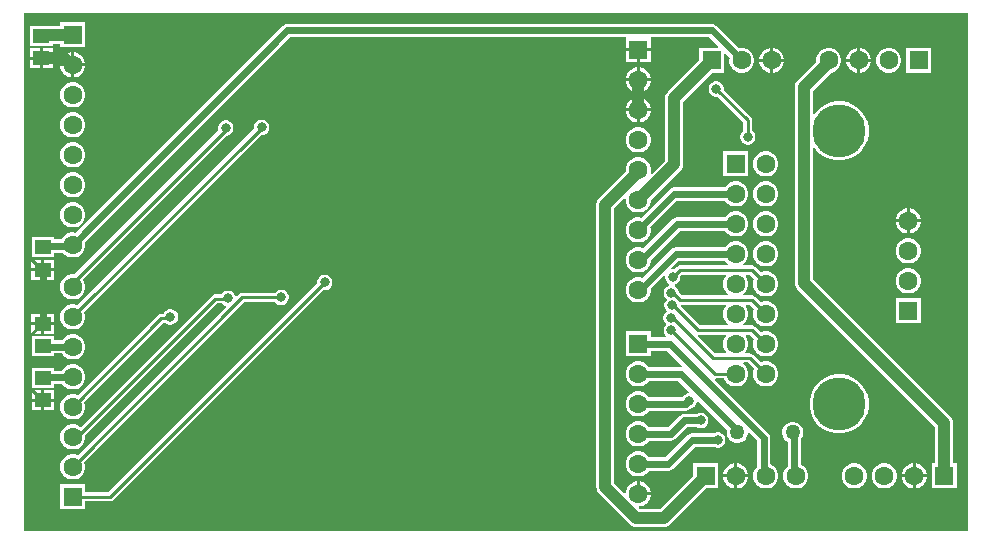
<source format=gtl>
G04*
G04 #@! TF.GenerationSoftware,Altium Limited,Altium Designer,21.0.8 (223)*
G04*
G04 Layer_Physical_Order=1*
G04 Layer_Color=255*
%FSTAX24Y24*%
%MOIN*%
G70*
G04*
G04 #@! TF.SameCoordinates,CEE82333-CCAB-4651-B785-5805AFDC4109*
G04*
G04*
G04 #@! TF.FilePolarity,Positive*
G04*
G01*
G75*
%ADD12C,0.0100*%
%ADD13R,0.0551X0.0472*%
%ADD18C,0.0236*%
%ADD19C,0.0394*%
%ADD20C,0.0630*%
%ADD21R,0.0630X0.0630*%
%ADD22R,0.0630X0.0630*%
%ADD23C,0.1772*%
%ADD24C,0.0315*%
%ADD25C,0.0500*%
G36*
X031638Y000162D02*
X000162D01*
Y017438D01*
X031638D01*
Y000162D01*
D02*
G37*
%LPC*%
G36*
X0231Y017072D02*
X0231Y017072D01*
X00895D01*
X00895Y017072D01*
X008865Y017055D01*
X008793Y017007D01*
X001891Y010105D01*
X001855Y010115D01*
X001745D01*
X00164Y010087D01*
X001545Y010032D01*
X001468Y009955D01*
X001427Y009884D01*
X001174D01*
Y009959D01*
X000423D01*
Y009286D01*
X001174D01*
Y009439D01*
X001474D01*
X001545Y009368D01*
X00164Y009313D01*
X001745Y009285D01*
X001855D01*
X00196Y009313D01*
X002055Y009368D01*
X002132Y009445D01*
X002187Y00954D01*
X002215Y009645D01*
Y009755D01*
X002205Y009791D01*
X009042Y016628D01*
X02019D01*
X020235Y016615D01*
X020235Y016578D01*
Y01625D01*
X02065D01*
X021065D01*
Y016578D01*
X021065Y016615D01*
X02111Y016628D01*
X023008D01*
X023324Y016311D01*
X023305Y016265D01*
X022685D01*
Y015858D01*
X021627Y0148D01*
X021579Y014738D01*
X021549Y014666D01*
X021539Y014589D01*
Y012513D01*
X021097Y01207D01*
X021052Y012096D01*
X021065Y012145D01*
Y012255D01*
X021037Y01236D01*
X020982Y012455D01*
X020905Y012532D01*
X02081Y012587D01*
X020705Y012615D01*
X020595D01*
X02049Y012587D01*
X020395Y012532D01*
X020318Y012455D01*
X020263Y01236D01*
X020235Y012255D01*
Y012152D01*
X019338Y011255D01*
X019291Y011193D01*
X019261Y011121D01*
X019251Y011043D01*
Y001635D01*
X019261Y001557D01*
X019291Y001485D01*
X019338Y001423D01*
X020373Y000388D01*
X020435Y000341D01*
X020507Y000311D01*
X020585Y000301D01*
X0215D01*
X021577Y000311D01*
X02165Y000341D01*
X021712Y000388D01*
X022908Y001585D01*
X023315D01*
Y002415D01*
X022485D01*
Y002008D01*
X021376Y000899D01*
X020709D01*
X020669Y000939D01*
X020688Y000985D01*
X020705D01*
X02081Y001013D01*
X020905Y001068D01*
X020982Y001145D01*
X021037Y00124D01*
X021065Y001345D01*
Y00135D01*
X02065D01*
Y0014D01*
X0206D01*
Y001815D01*
X020595D01*
X02049Y001787D01*
X020395Y001732D01*
X020318Y001655D01*
X020263Y00156D01*
X020235Y001455D01*
Y001438D01*
X020189Y001419D01*
X019849Y001759D01*
Y010919D01*
X020185Y011255D01*
X020235Y011234D01*
Y011145D01*
X020263Y01104D01*
X020318Y010945D01*
X020395Y010868D01*
X02049Y010813D01*
X020595Y010785D01*
X020705D01*
X02081Y010813D01*
X020905Y010868D01*
X020982Y010945D01*
X021037Y01104D01*
X021065Y011145D01*
Y011192D01*
X02205Y012177D01*
X022098Y012239D01*
X022128Y012311D01*
X022138Y012389D01*
Y014465D01*
X023108Y015435D01*
X023515D01*
Y016055D01*
X023561Y016074D01*
X023695Y015941D01*
X023685Y015905D01*
Y015795D01*
X023713Y01569D01*
X023768Y015595D01*
X023845Y015518D01*
X02394Y015463D01*
X024045Y015435D01*
X024155D01*
X02426Y015463D01*
X024355Y015518D01*
X024432Y015595D01*
X024487Y01569D01*
X024515Y015795D01*
Y015905D01*
X024487Y01601D01*
X024432Y016105D01*
X024355Y016182D01*
X02426Y016237D01*
X024155Y016265D01*
X024045D01*
X024009Y016255D01*
X023257Y017007D01*
X023185Y017055D01*
X0231Y017072D01*
D02*
G37*
G36*
X002215Y017115D02*
X001385D01*
Y016987D01*
X001127D01*
Y017012D01*
X000376D01*
Y01634D01*
X001127D01*
Y016388D01*
X001385D01*
Y016285D01*
X002215D01*
Y017115D01*
D02*
G37*
G36*
X001127Y016264D02*
X000801D01*
Y015978D01*
X001127D01*
Y016264D01*
D02*
G37*
G36*
X000701D02*
X000376D01*
Y015978D01*
X000701D01*
Y016264D01*
D02*
G37*
G36*
X028055Y016265D02*
X02805D01*
Y0159D01*
X028415D01*
Y015905D01*
X028387Y01601D01*
X028332Y016105D01*
X028255Y016182D01*
X02816Y016237D01*
X028055Y016265D01*
D02*
G37*
G36*
X025155D02*
X02515D01*
Y0159D01*
X025515D01*
Y015905D01*
X025487Y01601D01*
X025432Y016105D01*
X025355Y016182D01*
X02526Y016237D01*
X025155Y016265D01*
D02*
G37*
G36*
X02505D02*
X025045D01*
X02494Y016237D01*
X024845Y016182D01*
X024768Y016105D01*
X024713Y01601D01*
X024685Y015905D01*
Y0159D01*
X02505D01*
Y016265D01*
D02*
G37*
G36*
X02795D02*
X027945D01*
X02784Y016237D01*
X027745Y016182D01*
X027668Y016105D01*
X027613Y01601D01*
X027585Y015905D01*
Y0159D01*
X02795D01*
Y016265D01*
D02*
G37*
G36*
X021065Y01615D02*
X0207D01*
Y015785D01*
X021065D01*
Y01615D01*
D02*
G37*
G36*
X0206D02*
X020235D01*
Y015785D01*
X0206D01*
Y01615D01*
D02*
G37*
G36*
X001855Y016115D02*
X00185D01*
Y01575D01*
X002215D01*
Y015755D01*
X002187Y01586D01*
X002132Y015955D01*
X002055Y016032D01*
X00196Y016087D01*
X001855Y016115D01*
D02*
G37*
G36*
X00175D02*
X001745D01*
X00164Y016087D01*
X001545Y016032D01*
X001468Y015955D01*
X001413Y01586D01*
X001385Y015755D01*
Y01575D01*
X00175D01*
Y016115D01*
D02*
G37*
G36*
X001127Y015878D02*
X000801D01*
Y015591D01*
X001127D01*
Y015878D01*
D02*
G37*
G36*
X000701D02*
X000376D01*
Y015591D01*
X000701D01*
Y015878D01*
D02*
G37*
G36*
X030415Y016265D02*
X029585D01*
Y015435D01*
X030415D01*
Y016265D01*
D02*
G37*
G36*
X029055D02*
X028945D01*
X02884Y016237D01*
X028745Y016182D01*
X028668Y016105D01*
X028613Y01601D01*
X028585Y015905D01*
Y015795D01*
X028613Y01569D01*
X028668Y015595D01*
X028745Y015518D01*
X02884Y015463D01*
X028945Y015435D01*
X029055D01*
X02916Y015463D01*
X029255Y015518D01*
X029332Y015595D01*
X029387Y01569D01*
X029415Y015795D01*
Y015905D01*
X029387Y01601D01*
X029332Y016105D01*
X029255Y016182D01*
X02916Y016237D01*
X029055Y016265D01*
D02*
G37*
G36*
X028415Y0158D02*
X02805D01*
Y015435D01*
X028055D01*
X02816Y015463D01*
X028255Y015518D01*
X028332Y015595D01*
X028387Y01569D01*
X028415Y015795D01*
Y0158D01*
D02*
G37*
G36*
X02795D02*
X027585D01*
Y015795D01*
X027613Y01569D01*
X027668Y015595D01*
X027745Y015518D01*
X02784Y015463D01*
X027945Y015435D01*
X02795D01*
Y0158D01*
D02*
G37*
G36*
X025515D02*
X02515D01*
Y015435D01*
X025155D01*
X02526Y015463D01*
X025355Y015518D01*
X025432Y015595D01*
X025487Y01569D01*
X025515Y015795D01*
Y0158D01*
D02*
G37*
G36*
X02505D02*
X024685D01*
Y015795D01*
X024713Y01569D01*
X024768Y015595D01*
X024845Y015518D01*
X02494Y015463D01*
X025045Y015435D01*
X02505D01*
Y0158D01*
D02*
G37*
G36*
X002215Y01565D02*
X00185D01*
Y015285D01*
X001855D01*
X00196Y015313D01*
X002055Y015368D01*
X002132Y015445D01*
X002187Y01554D01*
X002215Y015645D01*
Y01565D01*
D02*
G37*
G36*
X00175D02*
X001385D01*
Y015645D01*
X001413Y01554D01*
X001468Y015445D01*
X001545Y015368D01*
X00164Y015313D01*
X001745Y015285D01*
X00175D01*
Y01565D01*
D02*
G37*
G36*
X020705Y015615D02*
X0207D01*
Y01525D01*
X021065D01*
Y015255D01*
X021037Y01536D01*
X020982Y015455D01*
X020905Y015532D01*
X02081Y015587D01*
X020705Y015615D01*
D02*
G37*
G36*
X0206D02*
X020595D01*
X02049Y015587D01*
X020395Y015532D01*
X020318Y015455D01*
X020263Y01536D01*
X020235Y015255D01*
Y01525D01*
X0206D01*
Y015615D01*
D02*
G37*
G36*
X021065Y01515D02*
X0207D01*
Y014785D01*
X020705D01*
X02081Y014813D01*
X020905Y014868D01*
X020982Y014945D01*
X021037Y01504D01*
X021065Y015145D01*
Y01515D01*
D02*
G37*
G36*
X0206D02*
X020235D01*
Y015145D01*
X020263Y01504D01*
X020318Y014945D01*
X020395Y014868D01*
X02049Y014813D01*
X020595Y014785D01*
X0206D01*
Y01515D01*
D02*
G37*
G36*
X001855Y015115D02*
X001745D01*
X00164Y015087D01*
X001545Y015032D01*
X001468Y014955D01*
X001413Y01486D01*
X001385Y014755D01*
Y014645D01*
X001413Y01454D01*
X001468Y014445D01*
X001545Y014368D01*
X00164Y014313D01*
X001745Y014285D01*
X001855D01*
X00196Y014313D01*
X002055Y014368D01*
X002132Y014445D01*
X002187Y01454D01*
X002215Y014645D01*
Y014755D01*
X002187Y01486D01*
X002132Y014955D01*
X002055Y015032D01*
X00196Y015087D01*
X001855Y015115D01*
D02*
G37*
G36*
X020705Y014615D02*
X0207D01*
Y01425D01*
X021065D01*
Y014255D01*
X021037Y01436D01*
X020982Y014455D01*
X020905Y014532D01*
X02081Y014587D01*
X020705Y014615D01*
D02*
G37*
G36*
X0206D02*
X020595D01*
X02049Y014587D01*
X020395Y014532D01*
X020318Y014455D01*
X020263Y01436D01*
X020235Y014255D01*
Y01425D01*
X0206D01*
Y014615D01*
D02*
G37*
G36*
X021065Y01415D02*
X0207D01*
Y013785D01*
X020705D01*
X02081Y013813D01*
X020905Y013868D01*
X020982Y013945D01*
X021037Y01404D01*
X021065Y014145D01*
Y01415D01*
D02*
G37*
G36*
X0206D02*
X020235D01*
Y014145D01*
X020263Y01404D01*
X020318Y013945D01*
X020395Y013868D01*
X02049Y013813D01*
X020595Y013785D01*
X0206D01*
Y01415D01*
D02*
G37*
G36*
X001855Y014115D02*
X001745D01*
X00164Y014087D01*
X001545Y014032D01*
X001468Y013955D01*
X001413Y01386D01*
X001385Y013755D01*
Y013645D01*
X001413Y01354D01*
X001468Y013445D01*
X001545Y013368D01*
X00164Y013313D01*
X001745Y013285D01*
X001855D01*
X00196Y013313D01*
X002055Y013368D01*
X002132Y013445D01*
X002187Y01354D01*
X002215Y013645D01*
Y013755D01*
X002187Y01386D01*
X002132Y013955D01*
X002055Y014032D01*
X00196Y014087D01*
X001855Y014115D01*
D02*
G37*
G36*
X023284Y015157D02*
X023216D01*
X023151Y01514D01*
X023092Y015106D01*
X023044Y015058D01*
X02301Y014999D01*
X022993Y014934D01*
Y014866D01*
X02301Y014801D01*
X023044Y014742D01*
X023092Y014694D01*
X023151Y01466D01*
X023216Y014643D01*
X023284D01*
X02329Y014644D01*
X024147Y013787D01*
Y013507D01*
X024142Y013504D01*
X024094Y013456D01*
X02406Y013397D01*
X024043Y013332D01*
Y013264D01*
X02406Y013199D01*
X024094Y01314D01*
X024142Y013092D01*
X024201Y013058D01*
X024266Y013041D01*
X024334D01*
X024399Y013058D01*
X024458Y013092D01*
X024506Y01314D01*
X02454Y013199D01*
X024557Y013264D01*
Y013332D01*
X02454Y013397D01*
X024506Y013456D01*
X024458Y013504D01*
X024453Y013507D01*
Y01385D01*
X024441Y013909D01*
X024408Y013958D01*
X023506Y01486D01*
X023507Y014866D01*
Y014934D01*
X02349Y014999D01*
X023456Y015058D01*
X023408Y015106D01*
X023349Y01514D01*
X023284Y015157D01*
D02*
G37*
G36*
X020705Y013615D02*
X020595D01*
X02049Y013587D01*
X020395Y013532D01*
X020318Y013455D01*
X020263Y01336D01*
X020235Y013255D01*
Y013145D01*
X020263Y01304D01*
X020318Y012945D01*
X020395Y012868D01*
X02049Y012813D01*
X020595Y012785D01*
X020705D01*
X02081Y012813D01*
X020905Y012868D01*
X020982Y012945D01*
X021037Y01304D01*
X021065Y013145D01*
Y013255D01*
X021037Y01336D01*
X020982Y013455D01*
X020905Y013532D01*
X02081Y013587D01*
X020705Y013615D01*
D02*
G37*
G36*
X027055Y016265D02*
X026945D01*
X02684Y016237D01*
X026745Y016182D01*
X026668Y016105D01*
X026613Y01601D01*
X026585Y015905D01*
Y015808D01*
X025956Y015179D01*
X025908Y015117D01*
X025878Y015045D01*
X025868Y014967D01*
Y008433D01*
X025878Y008355D01*
X025908Y008283D01*
X025956Y008221D01*
X030551Y003626D01*
Y002415D01*
X030435D01*
Y001585D01*
X031265D01*
Y002415D01*
X031149D01*
Y00375D01*
X031139Y003828D01*
X031109Y0039D01*
X031062Y003962D01*
X026467Y008557D01*
Y012957D01*
X026517Y012973D01*
X026584Y012872D01*
X026722Y012734D01*
X026883Y012626D01*
X027062Y012552D01*
X027253Y012514D01*
X027447D01*
X027638Y012552D01*
X027817Y012626D01*
X027978Y012734D01*
X028116Y012872D01*
X028224Y013033D01*
X028298Y013212D01*
X028336Y013403D01*
Y013597D01*
X028298Y013788D01*
X028224Y013967D01*
X028116Y014128D01*
X027978Y014266D01*
X027817Y014374D01*
X027638Y014448D01*
X027447Y014486D01*
X027253D01*
X027062Y014448D01*
X026883Y014374D01*
X026722Y014266D01*
X026584Y014128D01*
X026517Y014027D01*
X026467Y014043D01*
Y014843D01*
X02706Y015436D01*
X02716Y015463D01*
X027255Y015518D01*
X027332Y015595D01*
X027387Y01569D01*
X027415Y015795D01*
Y015905D01*
X027387Y01601D01*
X027332Y016105D01*
X027255Y016182D01*
X02716Y016237D01*
X027055Y016265D01*
D02*
G37*
G36*
X001855Y013115D02*
X001745D01*
X00164Y013087D01*
X001545Y013032D01*
X001468Y012955D01*
X001413Y01286D01*
X001385Y012755D01*
Y012645D01*
X001413Y01254D01*
X001468Y012445D01*
X001545Y012368D01*
X00164Y012313D01*
X001745Y012285D01*
X001855D01*
X00196Y012313D01*
X002055Y012368D01*
X002132Y012445D01*
X002187Y01254D01*
X002215Y012645D01*
Y012755D01*
X002187Y01286D01*
X002132Y012955D01*
X002055Y013032D01*
X00196Y013087D01*
X001855Y013115D01*
D02*
G37*
G36*
X024955Y012815D02*
X024845D01*
X02474Y012787D01*
X024645Y012732D01*
X024568Y012655D01*
X024513Y01256D01*
X024485Y012455D01*
Y012345D01*
X024513Y01224D01*
X024568Y012145D01*
X024645Y012068D01*
X02474Y012013D01*
X024845Y011985D01*
X024955D01*
X02506Y012013D01*
X025155Y012068D01*
X025232Y012145D01*
X025287Y01224D01*
X025315Y012345D01*
Y012455D01*
X025287Y01256D01*
X025232Y012655D01*
X025155Y012732D01*
X02506Y012787D01*
X024955Y012815D01*
D02*
G37*
G36*
X024315D02*
X023485D01*
Y011985D01*
X024315D01*
Y012815D01*
D02*
G37*
G36*
X001855Y012115D02*
X001745D01*
X00164Y012087D01*
X001545Y012032D01*
X001468Y011955D01*
X001413Y01186D01*
X001385Y011755D01*
Y011645D01*
X001413Y01154D01*
X001468Y011445D01*
X001545Y011368D01*
X00164Y011313D01*
X001745Y011285D01*
X001855D01*
X00196Y011313D01*
X002055Y011368D01*
X002132Y011445D01*
X002187Y01154D01*
X002215Y011645D01*
Y011755D01*
X002187Y01186D01*
X002132Y011955D01*
X002055Y012032D01*
X00196Y012087D01*
X001855Y012115D01*
D02*
G37*
G36*
X024955Y011815D02*
X024845D01*
X02474Y011787D01*
X024645Y011732D01*
X024568Y011655D01*
X024513Y01156D01*
X024485Y011455D01*
Y011345D01*
X024513Y01124D01*
X024568Y011145D01*
X024645Y011068D01*
X02474Y011013D01*
X024845Y010985D01*
X024955D01*
X02506Y011013D01*
X025155Y011068D01*
X025232Y011145D01*
X025287Y01124D01*
X025315Y011345D01*
Y011455D01*
X025287Y01156D01*
X025232Y011655D01*
X025155Y011732D01*
X02506Y011787D01*
X024955Y011815D01*
D02*
G37*
G36*
X023955D02*
X023845D01*
X02374Y011787D01*
X023645Y011732D01*
X023568Y011655D01*
X023549Y011622D01*
X02185D01*
X021765Y011605D01*
X021693Y011557D01*
X021693Y011557D01*
X020741Y010605D01*
X020705Y010615D01*
X020595D01*
X02049Y010587D01*
X020395Y010532D01*
X020318Y010455D01*
X020263Y01036D01*
X020235Y010255D01*
Y010145D01*
X020263Y01004D01*
X020318Y009945D01*
X020395Y009868D01*
X02049Y009813D01*
X020595Y009785D01*
X020705D01*
X02081Y009813D01*
X020905Y009868D01*
X020982Y009945D01*
X021037Y01004D01*
X021065Y010145D01*
Y010255D01*
X021055Y010291D01*
X021942Y011178D01*
X023549D01*
X023568Y011145D01*
X023645Y011068D01*
X02374Y011013D01*
X023845Y010985D01*
X023955D01*
X02406Y011013D01*
X024155Y011068D01*
X024232Y011145D01*
X024287Y01124D01*
X024315Y011345D01*
Y011455D01*
X024287Y01156D01*
X024232Y011655D01*
X024155Y011732D01*
X02406Y011787D01*
X023955Y011815D01*
D02*
G37*
G36*
X029705Y010915D02*
X0297D01*
Y01055D01*
X030065D01*
Y010555D01*
X030037Y01066D01*
X029982Y010755D01*
X029905Y010832D01*
X02981Y010887D01*
X029705Y010915D01*
D02*
G37*
G36*
X0296D02*
X029595D01*
X02949Y010887D01*
X029395Y010832D01*
X029318Y010755D01*
X029263Y01066D01*
X029235Y010555D01*
Y01055D01*
X0296D01*
Y010915D01*
D02*
G37*
G36*
X001855Y011115D02*
X001745D01*
X00164Y011087D01*
X001545Y011032D01*
X001468Y010955D01*
X001413Y01086D01*
X001385Y010755D01*
Y010645D01*
X001413Y01054D01*
X001468Y010445D01*
X001545Y010368D01*
X00164Y010313D01*
X001745Y010285D01*
X001855D01*
X00196Y010313D01*
X002055Y010368D01*
X002132Y010445D01*
X002187Y01054D01*
X002215Y010645D01*
Y010755D01*
X002187Y01086D01*
X002132Y010955D01*
X002055Y011032D01*
X00196Y011087D01*
X001855Y011115D01*
D02*
G37*
G36*
X030065Y01045D02*
X0297D01*
Y010085D01*
X029705D01*
X02981Y010113D01*
X029905Y010168D01*
X029982Y010245D01*
X030037Y01034D01*
X030065Y010445D01*
Y01045D01*
D02*
G37*
G36*
X0296D02*
X029235D01*
Y010445D01*
X029263Y01034D01*
X029318Y010245D01*
X029395Y010168D01*
X02949Y010113D01*
X029595Y010085D01*
X0296D01*
Y01045D01*
D02*
G37*
G36*
X024955Y010815D02*
X024845D01*
X02474Y010787D01*
X024645Y010732D01*
X024568Y010655D01*
X024513Y01056D01*
X024485Y010455D01*
Y010345D01*
X024513Y01024D01*
X024568Y010145D01*
X024645Y010068D01*
X02474Y010013D01*
X024845Y009985D01*
X024955D01*
X02506Y010013D01*
X025155Y010068D01*
X025232Y010145D01*
X025287Y01024D01*
X025315Y010345D01*
Y010455D01*
X025287Y01056D01*
X025232Y010655D01*
X025155Y010732D01*
X02506Y010787D01*
X024955Y010815D01*
D02*
G37*
G36*
X023955D02*
X023845D01*
X02374Y010787D01*
X023645Y010732D01*
X023568Y010655D01*
X023549Y010622D01*
X02195D01*
X021865Y010605D01*
X021793Y010557D01*
X021793Y010557D01*
X020818Y009582D01*
X02081Y009587D01*
X020705Y009615D01*
X020595D01*
X02049Y009587D01*
X020395Y009532D01*
X020318Y009455D01*
X020263Y00936D01*
X020235Y009255D01*
Y009145D01*
X020263Y00904D01*
X020318Y008945D01*
X020395Y008868D01*
X02049Y008813D01*
X020595Y008785D01*
X020705D01*
X02081Y008813D01*
X020905Y008868D01*
X020982Y008945D01*
X021037Y00904D01*
X021065Y009145D01*
Y0092D01*
X022042Y010178D01*
X023549D01*
X023568Y010145D01*
X023645Y010068D01*
X02374Y010013D01*
X023845Y009985D01*
X023955D01*
X02406Y010013D01*
X024155Y010068D01*
X024232Y010145D01*
X024287Y01024D01*
X024315Y010345D01*
Y010455D01*
X024287Y01056D01*
X024232Y010655D01*
X024155Y010732D01*
X02406Y010787D01*
X023955Y010815D01*
D02*
G37*
G36*
X029705Y009915D02*
X029595D01*
X02949Y009887D01*
X029395Y009832D01*
X029318Y009755D01*
X029263Y00966D01*
X029235Y009555D01*
Y009445D01*
X029263Y00934D01*
X029318Y009245D01*
X029395Y009168D01*
X02949Y009113D01*
X029595Y009085D01*
X029705D01*
X02981Y009113D01*
X029905Y009168D01*
X029982Y009245D01*
X030037Y00934D01*
X030065Y009445D01*
Y009555D01*
X030037Y00966D01*
X029982Y009755D01*
X029905Y009832D01*
X02981Y009887D01*
X029705Y009915D01*
D02*
G37*
G36*
X024955Y009815D02*
X024845D01*
X02474Y009787D01*
X024645Y009732D01*
X024568Y009655D01*
X024513Y00956D01*
X024485Y009455D01*
Y009345D01*
X024513Y00924D01*
X024568Y009145D01*
X024645Y009068D01*
X02474Y009013D01*
X024845Y008985D01*
X024955D01*
X02506Y009013D01*
X025155Y009068D01*
X025232Y009145D01*
X025287Y00924D01*
X025315Y009345D01*
Y009455D01*
X025287Y00956D01*
X025232Y009655D01*
X025155Y009732D01*
X02506Y009787D01*
X024955Y009815D01*
D02*
G37*
G36*
X001174Y00921D02*
X000849D01*
Y008924D01*
X001174D01*
Y00921D01*
D02*
G37*
G36*
X000749D02*
X000423D01*
Y008924D01*
X000749D01*
Y00921D01*
D02*
G37*
G36*
X006934Y013857D02*
X006866D01*
X006801Y01384D01*
X006742Y013806D01*
X006694Y013758D01*
X00666Y013699D01*
X006643Y013634D01*
Y013566D01*
X006656Y013514D01*
X001856Y008714D01*
X001855Y008715D01*
X001745D01*
X00164Y008687D01*
X001545Y008632D01*
X001468Y008555D01*
X001413Y00846D01*
X001385Y008355D01*
Y008245D01*
X001413Y00814D01*
X001468Y008045D01*
X001545Y007968D01*
X00164Y007913D01*
X001745Y007885D01*
X001855D01*
X00196Y007913D01*
X002055Y007968D01*
X002132Y008045D01*
X002187Y00814D01*
X002215Y008245D01*
Y008355D01*
X002187Y00846D01*
X002132Y008555D01*
X002131Y008556D01*
X006917Y013343D01*
X006934D01*
X006999Y01336D01*
X007058Y013394D01*
X007106Y013442D01*
X00714Y013501D01*
X007157Y013566D01*
Y013634D01*
X00714Y013699D01*
X007106Y013758D01*
X007058Y013806D01*
X006999Y01384D01*
X006934Y013857D01*
D02*
G37*
G36*
X001174Y008824D02*
X000849D01*
Y008538D01*
X001174D01*
Y008824D01*
D02*
G37*
G36*
X000749D02*
X000423D01*
Y008538D01*
X000749D01*
Y008824D01*
D02*
G37*
G36*
X010234Y008707D02*
X010166D01*
X010101Y00869D01*
X010042Y008656D01*
X009994Y008608D01*
X00996Y008549D01*
X009943Y008484D01*
Y008416D01*
X009944Y00841D01*
X002987Y001453D01*
X002215D01*
Y001715D01*
X001385D01*
Y000885D01*
X002215D01*
Y001147D01*
X00305D01*
X003109Y001159D01*
X003158Y001192D01*
X01016Y008194D01*
X010166Y008193D01*
X010234D01*
X010299Y00821D01*
X010358Y008244D01*
X010406Y008292D01*
X01044Y008351D01*
X010457Y008416D01*
Y008484D01*
X01044Y008549D01*
X010406Y008608D01*
X010358Y008656D01*
X010299Y00869D01*
X010234Y008707D01*
D02*
G37*
G36*
X029705Y008915D02*
X029595D01*
X02949Y008887D01*
X029395Y008832D01*
X029318Y008755D01*
X029263Y00866D01*
X029235Y008555D01*
Y008445D01*
X029263Y00834D01*
X029318Y008245D01*
X029395Y008168D01*
X02949Y008113D01*
X029595Y008085D01*
X029705D01*
X02981Y008113D01*
X029905Y008168D01*
X029982Y008245D01*
X030037Y00834D01*
X030065Y008445D01*
Y008555D01*
X030037Y00866D01*
X029982Y008755D01*
X029905Y008832D01*
X02981Y008887D01*
X029705Y008915D01*
D02*
G37*
G36*
X008784Y008207D02*
X008716D01*
X008651Y00819D01*
X008592Y008156D01*
X008544Y008108D01*
X008541Y008103D01*
X00745D01*
X007391Y008091D01*
X007342Y008058D01*
X007274Y007991D01*
X007226Y008004D01*
X007223Y008017D01*
X007189Y008076D01*
X007141Y008123D01*
X007082Y008157D01*
X007016Y008175D01*
X006949D01*
X006883Y008157D01*
X006824Y008123D01*
X006777Y008076D01*
X006764Y008053D01*
X00655D01*
X006491Y008041D01*
X006442Y008008D01*
X00206Y003627D01*
X002055Y003632D01*
X00196Y003687D01*
X001855Y003715D01*
X001745D01*
X00164Y003687D01*
X001545Y003632D01*
X001468Y003555D01*
X001413Y00346D01*
X001385Y003355D01*
Y003245D01*
X001413Y00314D01*
X001468Y003045D01*
X001545Y002968D01*
X00164Y002913D01*
X001745Y002885D01*
X001855D01*
X00196Y002913D01*
X002055Y002968D01*
X002132Y003045D01*
X002187Y00314D01*
X002215Y003245D01*
Y003349D01*
X006613Y007747D01*
X006789D01*
X006824Y007711D01*
X006883Y007677D01*
X006896Y007674D01*
X006909Y007626D01*
X001967Y002683D01*
X00196Y002687D01*
X001855Y002715D01*
X001745D01*
X00164Y002687D01*
X001545Y002632D01*
X001468Y002555D01*
X001413Y00246D01*
X001385Y002355D01*
Y002245D01*
X001413Y00214D01*
X001468Y002045D01*
X001545Y001968D01*
X00164Y001913D01*
X001745Y001885D01*
X001855D01*
X00196Y001913D01*
X002055Y001968D01*
X002132Y002045D01*
X002187Y00214D01*
X002215Y002245D01*
Y002355D01*
X002187Y00246D01*
X002183Y002467D01*
X007513Y007797D01*
X008541D01*
X008544Y007792D01*
X008592Y007744D01*
X008651Y00771D01*
X008716Y007693D01*
X008784D01*
X008849Y00771D01*
X008908Y007744D01*
X008956Y007792D01*
X00899Y007851D01*
X009007Y007916D01*
Y007984D01*
X00899Y008049D01*
X008956Y008108D01*
X008908Y008156D01*
X008849Y00819D01*
X008784Y008207D01*
D02*
G37*
G36*
X023955Y009815D02*
X023845D01*
X02374Y009787D01*
X023645Y009732D01*
X023568Y009655D01*
X023549Y009622D01*
X0219D01*
X021815Y009605D01*
X021743Y009557D01*
X021743Y009557D01*
X02078Y008595D01*
X020705Y008615D01*
X020595D01*
X02049Y008587D01*
X020395Y008532D01*
X020318Y008455D01*
X020263Y00836D01*
X020235Y008255D01*
Y008145D01*
X020263Y00804D01*
X020318Y007945D01*
X020395Y007868D01*
X02049Y007813D01*
X020595Y007785D01*
X020705D01*
X02081Y007813D01*
X020905Y007868D01*
X020982Y007945D01*
X021037Y00804D01*
X021065Y008145D01*
Y00825D01*
X021496Y008682D01*
X021532Y008666D01*
X021543Y008657D01*
Y008594D01*
X02156Y008528D01*
X021594Y008469D01*
X021642Y008422D01*
X02168Y0084D01*
X021673Y008346D01*
X021651Y00834D01*
X021592Y008306D01*
X021544Y008258D01*
X02151Y008199D01*
X021493Y008134D01*
Y008066D01*
X02151Y008001D01*
X021544Y007942D01*
X021592Y007894D01*
X021595Y007869D01*
X021566Y00784D01*
X021532Y007781D01*
X021515Y007715D01*
Y007648D01*
X021532Y007582D01*
X021566Y007523D01*
X021593Y007496D01*
X02159Y007473D01*
X021542Y007425D01*
X021508Y007367D01*
X021491Y007301D01*
Y007233D01*
X021508Y007168D01*
X021542Y007109D01*
X02156Y007091D01*
X021589Y00706D01*
X02156Y007024D01*
X021544Y007008D01*
X02151Y006949D01*
X021493Y006884D01*
Y006816D01*
X02151Y006751D01*
X021544Y006692D01*
X021563Y006672D01*
X021543Y006622D01*
X021065D01*
Y006815D01*
X020235D01*
Y005985D01*
X021065D01*
Y006178D01*
X021608D01*
X022124Y005662D01*
X022099Y005616D01*
X022065Y005622D01*
X022065Y005622D01*
X021001D01*
X020982Y005655D01*
X020905Y005732D01*
X02081Y005787D01*
X020705Y005815D01*
X020595D01*
X02049Y005787D01*
X020395Y005732D01*
X020318Y005655D01*
X020263Y00556D01*
X020235Y005455D01*
Y005345D01*
X020263Y00524D01*
X020318Y005145D01*
X020395Y005068D01*
X02049Y005013D01*
X020595Y004985D01*
X020705D01*
X02081Y005013D01*
X020905Y005068D01*
X020982Y005145D01*
X021001Y005178D01*
X021973D01*
X022351Y004799D01*
X02233Y004749D01*
X022316D01*
X02225Y004732D01*
X022192Y004698D01*
X022144Y00465D01*
X022128Y004622D01*
X021001D01*
X020982Y004655D01*
X020905Y004732D01*
X02081Y004787D01*
X020705Y004815D01*
X020595D01*
X02049Y004787D01*
X020395Y004732D01*
X020318Y004655D01*
X020263Y00456D01*
X020235Y004455D01*
Y004345D01*
X020263Y00424D01*
X020318Y004145D01*
X020395Y004068D01*
X02049Y004013D01*
X020595Y003985D01*
X020705D01*
X02081Y004013D01*
X020905Y004068D01*
X020982Y004145D01*
X021001Y004178D01*
X022237D01*
X022237Y004178D01*
X022322Y004195D01*
X022381Y004234D01*
X022384D01*
X022449Y004252D01*
X022508Y004286D01*
X022556Y004334D01*
X02259Y004392D01*
X022607Y004458D01*
Y004472D01*
X022657Y004493D01*
X023611Y003539D01*
X0236Y003496D01*
Y003404D01*
X023624Y003315D01*
X02367Y003235D01*
X023735Y00317D01*
X023815Y003124D01*
X023904Y0031D01*
X023996D01*
X024085Y003124D01*
X024165Y00317D01*
X02423Y003235D01*
X024276Y003315D01*
X0243Y003404D01*
Y00342D01*
X024346Y003439D01*
X024602Y003183D01*
Y002289D01*
X024568Y002255D01*
X024513Y00216D01*
X024485Y002055D01*
Y001945D01*
X024513Y00184D01*
X024568Y001745D01*
X024645Y001668D01*
X02474Y001613D01*
X024845Y001585D01*
X024955D01*
X02506Y001613D01*
X025155Y001668D01*
X025232Y001745D01*
X025287Y00184D01*
X025315Y001945D01*
Y002055D01*
X025287Y00216D01*
X025232Y002255D01*
X025155Y002332D01*
X02506Y002387D01*
X025047Y00239D01*
Y003275D01*
X02503Y00336D01*
X024982Y003433D01*
X024982Y003433D01*
X023217Y005197D01*
X023238Y005247D01*
X023511D01*
X023513Y00524D01*
X023568Y005145D01*
X023645Y005068D01*
X02374Y005013D01*
X023845Y004985D01*
X023955D01*
X02406Y005013D01*
X024155Y005068D01*
X024232Y005145D01*
X024287Y00524D01*
X024315Y005345D01*
Y005455D01*
X024287Y00556D01*
X024232Y005655D01*
X024155Y005732D01*
X024152Y005734D01*
X024165Y005782D01*
X024302D01*
X024517Y005567D01*
X024513Y00556D01*
X024485Y005455D01*
Y005345D01*
X024513Y00524D01*
X024568Y005145D01*
X024645Y005068D01*
X02474Y005013D01*
X024845Y004985D01*
X024955D01*
X02506Y005013D01*
X025155Y005068D01*
X025232Y005145D01*
X025287Y00524D01*
X025315Y005345D01*
Y005455D01*
X025287Y00556D01*
X025232Y005655D01*
X025155Y005732D01*
X02506Y005787D01*
X024955Y005815D01*
X024845D01*
X02474Y005787D01*
X024733Y005783D01*
X024473Y006043D01*
X024423Y006076D01*
X024365Y006088D01*
X02424D01*
X024221Y006134D01*
X024232Y006145D01*
X024287Y00624D01*
X024315Y006345D01*
Y006455D01*
X024287Y00656D01*
X024232Y006655D01*
X024221Y006666D01*
X02424Y006712D01*
X024372D01*
X024517Y006567D01*
X024513Y00656D01*
X024485Y006455D01*
Y006345D01*
X024513Y00624D01*
X024568Y006145D01*
X024645Y006068D01*
X02474Y006013D01*
X024845Y005985D01*
X024955D01*
X02506Y006013D01*
X025155Y006068D01*
X025232Y006145D01*
X025287Y00624D01*
X025315Y006345D01*
Y006455D01*
X025287Y00656D01*
X025232Y006655D01*
X025155Y006732D01*
X02506Y006787D01*
X024955Y006815D01*
X024845D01*
X02474Y006787D01*
X024733Y006783D01*
X024543Y006973D01*
X024494Y007006D01*
X024435Y007018D01*
X024165D01*
X024152Y007066D01*
X024155Y007068D01*
X024232Y007145D01*
X024287Y00724D01*
X024315Y007345D01*
Y007455D01*
X024287Y00756D01*
X024232Y007655D01*
X024221Y007666D01*
X02424Y007712D01*
X024372D01*
X024517Y007567D01*
X024513Y00756D01*
X024485Y007455D01*
Y007345D01*
X024513Y00724D01*
X024568Y007145D01*
X024645Y007068D01*
X02474Y007013D01*
X024845Y006985D01*
X024955D01*
X02506Y007013D01*
X025155Y007068D01*
X025232Y007145D01*
X025287Y00724D01*
X025315Y007345D01*
Y007455D01*
X025287Y00756D01*
X025232Y007655D01*
X025155Y007732D01*
X02506Y007787D01*
X024955Y007815D01*
X024845D01*
X02474Y007787D01*
X024733Y007783D01*
X024543Y007973D01*
X024494Y008006D01*
X024435Y008018D01*
X024165D01*
X024152Y008066D01*
X024155Y008068D01*
X024232Y008145D01*
X024287Y00824D01*
X024315Y008345D01*
Y008455D01*
X024287Y00856D01*
X024232Y008655D01*
X024221Y008666D01*
X02424Y008712D01*
X024372D01*
X024517Y008567D01*
X024513Y00856D01*
X024485Y008455D01*
Y008345D01*
X024513Y00824D01*
X024568Y008145D01*
X024645Y008068D01*
X02474Y008013D01*
X024845Y007985D01*
X024955D01*
X02506Y008013D01*
X025155Y008068D01*
X025232Y008145D01*
X025287Y00824D01*
X025315Y008345D01*
Y008455D01*
X025287Y00856D01*
X025232Y008655D01*
X025155Y008732D01*
X02506Y008787D01*
X024955Y008815D01*
X024845D01*
X02474Y008787D01*
X024733Y008783D01*
X024543Y008973D01*
X024494Y009006D01*
X024435Y009018D01*
X024165D01*
X024152Y009066D01*
X024155Y009068D01*
X024232Y009145D01*
X024287Y00924D01*
X024315Y009345D01*
Y009455D01*
X024287Y00956D01*
X024232Y009655D01*
X024155Y009732D01*
X02406Y009787D01*
X023955Y009815D01*
D02*
G37*
G36*
X008126Y013877D02*
X008058D01*
X007993Y013859D01*
X007934Y013825D01*
X007886Y013777D01*
X007852Y013719D01*
X007835Y013653D01*
Y013585D01*
X007839Y013569D01*
X001958Y007687D01*
X001855Y007715D01*
X001745D01*
X00164Y007687D01*
X001545Y007632D01*
X001468Y007555D01*
X001413Y00746D01*
X001385Y007355D01*
Y007245D01*
X001413Y00714D01*
X001468Y007045D01*
X001545Y006968D01*
X00164Y006913D01*
X001745Y006885D01*
X001855D01*
X00196Y006913D01*
X002055Y006968D01*
X002132Y007045D01*
X002187Y00714D01*
X002215Y007245D01*
Y007355D01*
X002187Y00746D01*
X002178Y007475D01*
X008064Y013362D01*
X008126D01*
X008191Y013379D01*
X00825Y013413D01*
X008298Y013461D01*
X008332Y01352D01*
X00835Y013585D01*
Y013653D01*
X008332Y013719D01*
X008298Y013777D01*
X00825Y013825D01*
X008191Y013859D01*
X008126Y013877D01*
D02*
G37*
G36*
X001174Y007408D02*
X000849D01*
Y007122D01*
X001174D01*
Y007408D01*
D02*
G37*
G36*
X000749D02*
X000423D01*
Y007122D01*
X000749D01*
Y007408D01*
D02*
G37*
G36*
X030065Y007915D02*
X029235D01*
Y007085D01*
X030065D01*
Y007915D01*
D02*
G37*
G36*
X005091Y00755D02*
X005023D01*
X004958Y007533D01*
X004899Y007499D01*
X004851Y007451D01*
X004825Y007404D01*
X004751D01*
X004693Y007393D01*
X004643Y00736D01*
X001967Y004683D01*
X00196Y004687D01*
X001855Y004715D01*
X001745D01*
X00164Y004687D01*
X001545Y004632D01*
X001468Y004555D01*
X001413Y00446D01*
X001385Y004355D01*
Y004245D01*
X001413Y00414D01*
X001468Y004045D01*
X001545Y003968D01*
X00164Y003913D01*
X001745Y003885D01*
X001855D01*
X00196Y003913D01*
X002055Y003968D01*
X002132Y004045D01*
X002187Y00414D01*
X002215Y004245D01*
Y004355D01*
X002187Y00446D01*
X002183Y004467D01*
X004815Y007099D01*
X004887D01*
X004899Y007087D01*
X004958Y007053D01*
X005023Y007035D01*
X005091D01*
X005157Y007053D01*
X005215Y007087D01*
X005263Y007135D01*
X005297Y007193D01*
X005315Y007259D01*
Y007327D01*
X005297Y007392D01*
X005263Y007451D01*
X005215Y007499D01*
X005157Y007533D01*
X005091Y00755D01*
D02*
G37*
G36*
X001174Y007022D02*
X000849D01*
Y006736D01*
X001174D01*
Y007022D01*
D02*
G37*
G36*
X000749D02*
X000423D01*
Y006736D01*
X000749D01*
Y007022D01*
D02*
G37*
G36*
X001855Y006715D02*
X001745D01*
X00164Y006687D01*
X001545Y006632D01*
X001468Y006555D01*
X001456Y006535D01*
X001174D01*
Y00666D01*
X000423D01*
Y005988D01*
X001174D01*
Y00609D01*
X001442D01*
X001468Y006045D01*
X001545Y005968D01*
X00164Y005913D01*
X001745Y005885D01*
X001855D01*
X00196Y005913D01*
X002055Y005968D01*
X002132Y006045D01*
X002187Y00614D01*
X002215Y006245D01*
Y006355D01*
X002187Y00646D01*
X002132Y006555D01*
X002055Y006632D01*
X00196Y006687D01*
X001855Y006715D01*
D02*
G37*
G36*
Y005715D02*
X001745D01*
X00164Y005687D01*
X001545Y005632D01*
X001468Y005555D01*
X001442Y00551D01*
X001177D01*
Y005612D01*
X000426D01*
Y00494D01*
X001177D01*
Y005065D01*
X001456D01*
X001468Y005045D01*
X001545Y004968D01*
X00164Y004913D01*
X001745Y004885D01*
X001855D01*
X00196Y004913D01*
X002055Y004968D01*
X002132Y005045D01*
X002187Y00514D01*
X002215Y005245D01*
Y005355D01*
X002187Y00546D01*
X002132Y005555D01*
X002055Y005632D01*
X00196Y005687D01*
X001855Y005715D01*
D02*
G37*
G36*
X001177Y004864D02*
X000851D01*
Y004578D01*
X001177D01*
Y004864D01*
D02*
G37*
G36*
X000751D02*
X000426D01*
Y004578D01*
X000751D01*
Y004864D01*
D02*
G37*
G36*
X001177Y004478D02*
X000851D01*
Y004191D01*
X001177D01*
Y004478D01*
D02*
G37*
G36*
X000751D02*
X000426D01*
Y004191D01*
X000751D01*
Y004478D01*
D02*
G37*
G36*
X022759Y004107D02*
X022692D01*
X022626Y00409D01*
X022596Y004072D01*
X022183D01*
X022183Y004072D01*
X022098Y004055D01*
X022026Y004007D01*
X022026Y004007D01*
X021641Y003622D01*
X021001D01*
X020982Y003655D01*
X020905Y003732D01*
X02081Y003787D01*
X020705Y003815D01*
X020595D01*
X02049Y003787D01*
X020395Y003732D01*
X020318Y003655D01*
X020263Y00356D01*
X020235Y003455D01*
Y003345D01*
X020263Y00324D01*
X020318Y003145D01*
X020395Y003068D01*
X02049Y003013D01*
X020595Y002985D01*
X020705D01*
X02081Y003013D01*
X020905Y003068D01*
X020982Y003145D01*
X021001Y003178D01*
X021733D01*
X021733Y003178D01*
X021818Y003195D01*
X02189Y003243D01*
X022275Y003628D01*
X022596D01*
X022626Y00361D01*
X022692Y003593D01*
X022759D01*
X022825Y00361D01*
X022884Y003644D01*
X022931Y003692D01*
X022965Y003751D01*
X022983Y003816D01*
Y003884D01*
X022965Y003949D01*
X022931Y004008D01*
X022884Y004056D01*
X022825Y00409D01*
X022759Y004107D01*
D02*
G37*
G36*
X023334Y003457D02*
X023266D01*
X023201Y00344D01*
X02317Y003422D01*
X02245D01*
X02245Y003422D01*
X022365Y003405D01*
X022293Y003357D01*
X022293Y003357D01*
X021558Y002622D01*
X021001D01*
X020982Y002655D01*
X020905Y002732D01*
X02081Y002787D01*
X020705Y002815D01*
X020595D01*
X02049Y002787D01*
X020395Y002732D01*
X020318Y002655D01*
X020263Y00256D01*
X020235Y002455D01*
Y002345D01*
X020263Y00224D01*
X020318Y002145D01*
X020395Y002068D01*
X02049Y002013D01*
X020595Y001985D01*
X020705D01*
X02081Y002013D01*
X020905Y002068D01*
X020982Y002145D01*
X021001Y002178D01*
X02165D01*
X02165Y002178D01*
X021735Y002195D01*
X021807Y002243D01*
X022542Y002978D01*
X02317D01*
X023201Y00296D01*
X023266Y002943D01*
X023334D01*
X023399Y00296D01*
X023458Y002994D01*
X023506Y003042D01*
X02354Y003101D01*
X023557Y003166D01*
Y003234D01*
X02354Y003299D01*
X023506Y003358D01*
X023458Y003406D01*
X023399Y00344D01*
X023334Y003457D01*
D02*
G37*
G36*
X027447Y005386D02*
X027253D01*
X027062Y005348D01*
X026883Y005274D01*
X026722Y005166D01*
X026584Y005028D01*
X026476Y004867D01*
X026402Y004688D01*
X026364Y004497D01*
Y004303D01*
X026402Y004112D01*
X026476Y003933D01*
X026584Y003772D01*
X026722Y003634D01*
X026883Y003526D01*
X027062Y003452D01*
X027253Y003414D01*
X027447D01*
X027638Y003452D01*
X027817Y003526D01*
X027978Y003634D01*
X028116Y003772D01*
X028224Y003933D01*
X028298Y004112D01*
X028336Y004303D01*
Y004497D01*
X028298Y004688D01*
X028224Y004867D01*
X028116Y005028D01*
X027978Y005166D01*
X027817Y005274D01*
X027638Y005348D01*
X027447Y005386D01*
D02*
G37*
G36*
X029905Y002415D02*
X0299D01*
Y00205D01*
X030265D01*
Y002055D01*
X030237Y00216D01*
X030182Y002255D01*
X030105Y002332D01*
X03001Y002387D01*
X029905Y002415D01*
D02*
G37*
G36*
X023955D02*
X02395D01*
Y00205D01*
X024315D01*
Y002055D01*
X024287Y00216D01*
X024232Y002255D01*
X024155Y002332D01*
X02406Y002387D01*
X023955Y002415D01*
D02*
G37*
G36*
X02385D02*
X023845D01*
X02374Y002387D01*
X023645Y002332D01*
X023568Y002255D01*
X023513Y00216D01*
X023485Y002055D01*
Y00205D01*
X02385D01*
Y002415D01*
D02*
G37*
G36*
X0298D02*
X029795D01*
X02969Y002387D01*
X029595Y002332D01*
X029518Y002255D01*
X029463Y00216D01*
X029435Y002055D01*
Y00205D01*
X0298D01*
Y002415D01*
D02*
G37*
G36*
X030265Y00195D02*
X0299D01*
Y001585D01*
X029905D01*
X03001Y001613D01*
X030105Y001668D01*
X030182Y001745D01*
X030237Y00184D01*
X030265Y001945D01*
Y00195D01*
D02*
G37*
G36*
X0298D02*
X029435D01*
Y001945D01*
X029463Y00184D01*
X029518Y001745D01*
X029595Y001668D01*
X02969Y001613D01*
X029795Y001585D01*
X0298D01*
Y00195D01*
D02*
G37*
G36*
X028905Y002415D02*
X028795D01*
X02869Y002387D01*
X028595Y002332D01*
X028518Y002255D01*
X028463Y00216D01*
X028435Y002055D01*
Y001945D01*
X028463Y00184D01*
X028518Y001745D01*
X028595Y001668D01*
X02869Y001613D01*
X028795Y001585D01*
X028905D01*
X02901Y001613D01*
X029105Y001668D01*
X029182Y001745D01*
X029237Y00184D01*
X029265Y001945D01*
Y002055D01*
X029237Y00216D01*
X029182Y002255D01*
X029105Y002332D01*
X02901Y002387D01*
X028905Y002415D01*
D02*
G37*
G36*
X027905D02*
X027795D01*
X02769Y002387D01*
X027595Y002332D01*
X027518Y002255D01*
X027463Y00216D01*
X027435Y002055D01*
Y001945D01*
X027463Y00184D01*
X027518Y001745D01*
X027595Y001668D01*
X02769Y001613D01*
X027795Y001585D01*
X027905D01*
X02801Y001613D01*
X028105Y001668D01*
X028182Y001745D01*
X028237Y00184D01*
X028265Y001945D01*
Y002055D01*
X028237Y00216D01*
X028182Y002255D01*
X028105Y002332D01*
X02801Y002387D01*
X027905Y002415D01*
D02*
G37*
G36*
X025846Y0038D02*
X025754D01*
X025665Y003776D01*
X025585Y00373D01*
X02552Y003665D01*
X025474Y003585D01*
X02545Y003496D01*
Y003404D01*
X025474Y003315D01*
X02552Y003235D01*
X025585Y00317D01*
X025628Y003145D01*
Y002314D01*
X025568Y002255D01*
X025513Y00216D01*
X025485Y002055D01*
Y001945D01*
X025513Y00184D01*
X025568Y001745D01*
X025645Y001668D01*
X02574Y001613D01*
X025845Y001585D01*
X025955D01*
X02606Y001613D01*
X026155Y001668D01*
X026232Y001745D01*
X026287Y00184D01*
X026315Y001945D01*
Y002055D01*
X026287Y00216D01*
X026232Y002255D01*
X026155Y002332D01*
X026072Y00238D01*
Y003227D01*
X02608Y003235D01*
X026126Y003315D01*
X02615Y003404D01*
Y003496D01*
X026126Y003585D01*
X02608Y003665D01*
X026015Y00373D01*
X025935Y003776D01*
X025846Y0038D01*
D02*
G37*
G36*
X024315Y00195D02*
X02395D01*
Y001585D01*
X023955D01*
X02406Y001613D01*
X024155Y001668D01*
X024232Y001745D01*
X024287Y00184D01*
X024315Y001945D01*
Y00195D01*
D02*
G37*
G36*
X02385D02*
X023485D01*
Y001945D01*
X023513Y00184D01*
X023568Y001745D01*
X023645Y001668D01*
X02374Y001613D01*
X023845Y001585D01*
X02385D01*
Y00195D01*
D02*
G37*
G36*
X020705Y001815D02*
X0207D01*
Y00145D01*
X021065D01*
Y001455D01*
X021037Y00156D01*
X020982Y001655D01*
X020905Y001732D01*
X02081Y001787D01*
X020705Y001815D01*
D02*
G37*
%LPD*%
G36*
X023568Y009145D02*
X023645Y009068D01*
X023648Y009066D01*
X023635Y009018D01*
X022037D01*
X021979Y009006D01*
X021929Y008973D01*
X02184Y008884D01*
X021834Y008885D01*
X02177D01*
X021762Y008895D01*
X021746Y008931D01*
X021992Y009178D01*
X023549D01*
X023568Y009145D01*
D02*
G37*
G36*
X023579Y008666D02*
X023568Y008655D01*
X023513Y00856D01*
X023485Y008455D01*
Y008345D01*
X023513Y00824D01*
X023568Y008145D01*
X023645Y008068D01*
X023648Y008066D01*
X023635Y008018D01*
X022098D01*
X022007Y008109D01*
Y008134D01*
X02199Y008199D01*
X021956Y008258D01*
X021908Y008306D01*
X02187Y008328D01*
X021877Y008382D01*
X021899Y008388D01*
X021958Y008422D01*
X022006Y008469D01*
X02204Y008528D01*
X022057Y008594D01*
Y008661D01*
X022056Y008667D01*
X022101Y008712D01*
X02356D01*
X023579Y008666D01*
D02*
G37*
G36*
Y007666D02*
X023568Y007655D01*
X023513Y00756D01*
X023485Y007455D01*
Y007345D01*
X023513Y00724D01*
X023568Y007145D01*
X023645Y007068D01*
X023648Y007066D01*
X023635Y007018D01*
X022698D01*
X022054Y007662D01*
X022075Y007712D01*
X02356D01*
X023579Y007666D01*
D02*
G37*
G36*
Y006666D02*
X023568Y006655D01*
X023513Y00656D01*
X023485Y006455D01*
Y006345D01*
X023513Y00624D01*
X023568Y006145D01*
X023579Y006134D01*
X02356Y006088D01*
X023197D01*
X022621Y006664D01*
X022629Y006692D01*
X022643Y006712D01*
X02356D01*
X023579Y006666D01*
D02*
G37*
D12*
X000762Y004528D02*
X000801D01*
X000373Y004917D02*
X000762Y004528D01*
X000373Y004917D02*
Y006686D01*
X000759Y007072D01*
X000799D01*
X000759Y008874D02*
X000799D01*
X000751Y012722D02*
Y015928D01*
X000373Y012344D02*
X000751Y012722D01*
X000373Y00926D02*
Y012344D01*
Y00926D02*
X000759Y008874D01*
X0069Y013542D02*
Y0136D01*
X0018Y0083D02*
Y008442D01*
X0069Y013542D01*
X0018Y007314D02*
X008092Y013606D01*
Y013619D01*
X0018Y0073D02*
Y007314D01*
X0243Y013298D02*
Y01385D01*
X02325Y0149D02*
X0243Y01385D01*
X0018Y0013D02*
X00305D01*
X0102Y00845D01*
X00745Y00795D02*
X00875D01*
X0018Y0023D02*
X00745Y00795D01*
X006965Y0079D02*
X006983Y007917D01*
X00655Y0079D02*
X006965D01*
X002104Y003454D02*
X00655Y0079D01*
X0018Y0033D02*
X001943D01*
X002097Y003454D01*
X002104D01*
X005016Y007251D02*
X005057Y007293D01*
X004751Y007251D02*
X005016D01*
X0018Y0043D02*
X004751Y007251D01*
X0232Y0054D02*
X0239D01*
X02175Y00685D02*
X0232Y0054D01*
X021748Y007267D02*
X021801D01*
X023133Y005935D01*
X022635Y006865D02*
X024435D01*
X021819Y007681D02*
X022635Y006865D01*
X021772Y007681D02*
X021819D01*
X023133Y005935D02*
X024365D01*
X0218Y0081D02*
X022035Y007865D01*
X02175Y0081D02*
X0218D01*
X022035Y007865D02*
X024435D01*
Y006865D02*
X0249Y0064D01*
X024435Y007865D02*
X0249Y0074D01*
X0218Y008628D02*
X022037Y008865D01*
X024435D01*
X024365Y005935D02*
X0249Y0054D01*
X024435Y008865D02*
X0249Y0084D01*
D13*
X000751Y015928D02*
D03*
Y016676D02*
D03*
X000801Y004528D02*
D03*
Y005276D02*
D03*
X000799Y007072D02*
D03*
Y006324D02*
D03*
Y009622D02*
D03*
Y008874D02*
D03*
D18*
Y007072D02*
Y008874D01*
X000813Y005288D02*
X001788D01*
X000801Y005276D02*
X000813Y005288D01*
X001788D02*
X0018Y0053D01*
X001788Y006312D02*
X0018Y0063D01*
X000811Y006312D02*
X001788D01*
X000799Y006324D02*
X000811Y006312D01*
X000838Y009661D02*
X001761D01*
X0018Y0097D01*
X000799Y009622D02*
X000838Y009661D01*
X0018Y0097D02*
X00895Y01685D01*
X0231D01*
X02065Y0064D02*
X0217D01*
X024825Y003275D01*
X02165Y0024D02*
X02245Y0032D01*
X02065Y0024D02*
X02165D01*
X022329Y004492D02*
X02235D01*
X022237Y0044D02*
X022329Y004492D01*
X02065Y0044D02*
X022237D01*
X02065Y0034D02*
X021733D01*
X022183Y00385D02*
X022725D01*
X021733Y0034D02*
X022183Y00385D01*
X02245Y0032D02*
X0233D01*
X02065Y0054D02*
X022065D01*
X02395Y003515D01*
Y00345D02*
Y003515D01*
X024825Y002075D02*
Y003275D01*
X0258Y00345D02*
X02585Y0034D01*
Y00205D02*
X0259Y002D01*
X02585Y00205D02*
Y0034D01*
X024825Y002075D02*
X0249Y002D01*
X02065Y0082D02*
X0207D01*
X0219Y0094D01*
X0239D01*
X02065Y0092D02*
X02075D01*
X02195Y0104D02*
X0239D01*
X02075Y0092D02*
X02195Y0104D01*
X02185Y0114D02*
X0239D01*
X02065Y0102D02*
X02185Y0114D01*
X0231Y01685D02*
X0241Y01585D01*
D19*
X000751Y015928D02*
X001508D01*
X001736Y0157D01*
X0018D01*
X000763Y016688D02*
X001788D01*
X000751Y016676D02*
X000763Y016688D01*
X001788D02*
X0018Y0167D01*
X02065Y0142D02*
Y0152D01*
X01955Y001635D02*
X020585Y0006D01*
X01955Y011043D02*
X02065Y012143D01*
X01955Y001635D02*
Y011043D01*
X020585Y0006D02*
X0215D01*
X0229Y002D01*
X02065Y012143D02*
Y0122D01*
Y0112D02*
X021839Y012389D01*
X0239Y00195D02*
Y002D01*
X02065Y0014D02*
X020714D01*
X021839Y012389D02*
Y014589D01*
X0231Y01585D01*
X026167Y008433D02*
Y014967D01*
X027Y0158D01*
Y01585D01*
X03085Y002D02*
Y00375D01*
X026167Y008433D02*
X03085Y00375D01*
D20*
X02965Y0105D02*
D03*
Y0095D02*
D03*
Y0085D02*
D03*
X02985Y002D02*
D03*
X02885D02*
D03*
X02785D02*
D03*
X0251Y01585D02*
D03*
X0241D02*
D03*
X02065Y0054D02*
D03*
Y0044D02*
D03*
Y0034D02*
D03*
Y0024D02*
D03*
Y0014D02*
D03*
X0239Y002D02*
D03*
X0249D02*
D03*
X0259D02*
D03*
X0018Y0083D02*
D03*
Y0073D02*
D03*
Y0063D02*
D03*
Y0053D02*
D03*
Y0043D02*
D03*
Y0033D02*
D03*
Y0023D02*
D03*
X027Y01585D02*
D03*
X028D02*
D03*
X029D02*
D03*
X0018Y0097D02*
D03*
Y0107D02*
D03*
Y0117D02*
D03*
Y0127D02*
D03*
Y0137D02*
D03*
Y0147D02*
D03*
Y0157D02*
D03*
X02065Y0152D02*
D03*
Y0082D02*
D03*
Y0092D02*
D03*
Y0102D02*
D03*
Y0112D02*
D03*
Y0122D02*
D03*
Y0132D02*
D03*
Y0142D02*
D03*
X0239Y0114D02*
D03*
Y0104D02*
D03*
Y0094D02*
D03*
Y0084D02*
D03*
Y0074D02*
D03*
Y0064D02*
D03*
Y0054D02*
D03*
X0249D02*
D03*
Y0064D02*
D03*
Y0074D02*
D03*
Y0084D02*
D03*
Y0094D02*
D03*
Y0104D02*
D03*
Y0114D02*
D03*
Y0124D02*
D03*
D21*
X02965Y0075D02*
D03*
X02065Y0064D02*
D03*
X0018Y0013D02*
D03*
Y0167D02*
D03*
X02065Y0162D02*
D03*
X0239Y0124D02*
D03*
D22*
X03085Y002D02*
D03*
X0231Y01585D02*
D03*
X0229Y002D02*
D03*
X03Y01585D02*
D03*
D23*
X02735Y0044D02*
D03*
Y0135D02*
D03*
D24*
X0069Y0136D02*
D03*
X02325Y0149D02*
D03*
X0243Y013298D02*
D03*
X008092Y013619D02*
D03*
X00875Y00795D02*
D03*
X006983Y007917D02*
D03*
X005057Y007293D02*
D03*
X0102Y00845D02*
D03*
X02175Y00685D02*
D03*
X021748Y007267D02*
D03*
X021772Y007681D02*
D03*
X02175Y0081D02*
D03*
X0218Y008628D02*
D03*
X022725Y00385D02*
D03*
X02235Y004492D02*
D03*
X0233Y0032D02*
D03*
D25*
X02395Y00345D02*
D03*
X0258D02*
D03*
M02*

</source>
